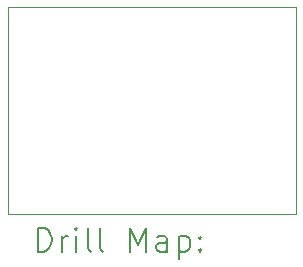
<source format=gbr>
%TF.GenerationSoftware,KiCad,Pcbnew,7.0.10*%
%TF.CreationDate,2024-10-11T10:49:25-04:00*%
%TF.ProjectId,ad5689r,61643536-3839-4722-9e6b-696361645f70,rev?*%
%TF.SameCoordinates,Original*%
%TF.FileFunction,Drillmap*%
%TF.FilePolarity,Positive*%
%FSLAX45Y45*%
G04 Gerber Fmt 4.5, Leading zero omitted, Abs format (unit mm)*
G04 Created by KiCad (PCBNEW 7.0.10) date 2024-10-11 10:49:25*
%MOMM*%
%LPD*%
G01*
G04 APERTURE LIST*
%ADD10C,0.100000*%
%ADD11C,0.200000*%
G04 APERTURE END LIST*
D10*
X2590800Y-2235200D02*
X5029200Y-2235200D01*
X5029200Y-3987800D01*
X2590800Y-3987800D01*
X2590800Y-2235200D01*
D11*
X2846577Y-4304284D02*
X2846577Y-4104284D01*
X2846577Y-4104284D02*
X2894196Y-4104284D01*
X2894196Y-4104284D02*
X2922767Y-4113808D01*
X2922767Y-4113808D02*
X2941815Y-4132855D01*
X2941815Y-4132855D02*
X2951339Y-4151903D01*
X2951339Y-4151903D02*
X2960862Y-4189998D01*
X2960862Y-4189998D02*
X2960862Y-4218570D01*
X2960862Y-4218570D02*
X2951339Y-4256665D01*
X2951339Y-4256665D02*
X2941815Y-4275712D01*
X2941815Y-4275712D02*
X2922767Y-4294760D01*
X2922767Y-4294760D02*
X2894196Y-4304284D01*
X2894196Y-4304284D02*
X2846577Y-4304284D01*
X3046577Y-4304284D02*
X3046577Y-4170950D01*
X3046577Y-4209046D02*
X3056101Y-4189998D01*
X3056101Y-4189998D02*
X3065624Y-4180474D01*
X3065624Y-4180474D02*
X3084672Y-4170950D01*
X3084672Y-4170950D02*
X3103720Y-4170950D01*
X3170386Y-4304284D02*
X3170386Y-4170950D01*
X3170386Y-4104284D02*
X3160862Y-4113808D01*
X3160862Y-4113808D02*
X3170386Y-4123331D01*
X3170386Y-4123331D02*
X3179910Y-4113808D01*
X3179910Y-4113808D02*
X3170386Y-4104284D01*
X3170386Y-4104284D02*
X3170386Y-4123331D01*
X3294196Y-4304284D02*
X3275148Y-4294760D01*
X3275148Y-4294760D02*
X3265624Y-4275712D01*
X3265624Y-4275712D02*
X3265624Y-4104284D01*
X3398958Y-4304284D02*
X3379910Y-4294760D01*
X3379910Y-4294760D02*
X3370386Y-4275712D01*
X3370386Y-4275712D02*
X3370386Y-4104284D01*
X3627529Y-4304284D02*
X3627529Y-4104284D01*
X3627529Y-4104284D02*
X3694196Y-4247141D01*
X3694196Y-4247141D02*
X3760862Y-4104284D01*
X3760862Y-4104284D02*
X3760862Y-4304284D01*
X3941815Y-4304284D02*
X3941815Y-4199522D01*
X3941815Y-4199522D02*
X3932291Y-4180474D01*
X3932291Y-4180474D02*
X3913243Y-4170950D01*
X3913243Y-4170950D02*
X3875148Y-4170950D01*
X3875148Y-4170950D02*
X3856101Y-4180474D01*
X3941815Y-4294760D02*
X3922767Y-4304284D01*
X3922767Y-4304284D02*
X3875148Y-4304284D01*
X3875148Y-4304284D02*
X3856101Y-4294760D01*
X3856101Y-4294760D02*
X3846577Y-4275712D01*
X3846577Y-4275712D02*
X3846577Y-4256665D01*
X3846577Y-4256665D02*
X3856101Y-4237617D01*
X3856101Y-4237617D02*
X3875148Y-4228093D01*
X3875148Y-4228093D02*
X3922767Y-4228093D01*
X3922767Y-4228093D02*
X3941815Y-4218570D01*
X4037053Y-4170950D02*
X4037053Y-4370950D01*
X4037053Y-4180474D02*
X4056101Y-4170950D01*
X4056101Y-4170950D02*
X4094196Y-4170950D01*
X4094196Y-4170950D02*
X4113243Y-4180474D01*
X4113243Y-4180474D02*
X4122767Y-4189998D01*
X4122767Y-4189998D02*
X4132291Y-4209046D01*
X4132291Y-4209046D02*
X4132291Y-4266189D01*
X4132291Y-4266189D02*
X4122767Y-4285236D01*
X4122767Y-4285236D02*
X4113243Y-4294760D01*
X4113243Y-4294760D02*
X4094196Y-4304284D01*
X4094196Y-4304284D02*
X4056101Y-4304284D01*
X4056101Y-4304284D02*
X4037053Y-4294760D01*
X4218005Y-4285236D02*
X4227529Y-4294760D01*
X4227529Y-4294760D02*
X4218005Y-4304284D01*
X4218005Y-4304284D02*
X4208482Y-4294760D01*
X4208482Y-4294760D02*
X4218005Y-4285236D01*
X4218005Y-4285236D02*
X4218005Y-4304284D01*
X4218005Y-4180474D02*
X4227529Y-4189998D01*
X4227529Y-4189998D02*
X4218005Y-4199522D01*
X4218005Y-4199522D02*
X4208482Y-4189998D01*
X4208482Y-4189998D02*
X4218005Y-4180474D01*
X4218005Y-4180474D02*
X4218005Y-4199522D01*
M02*

</source>
